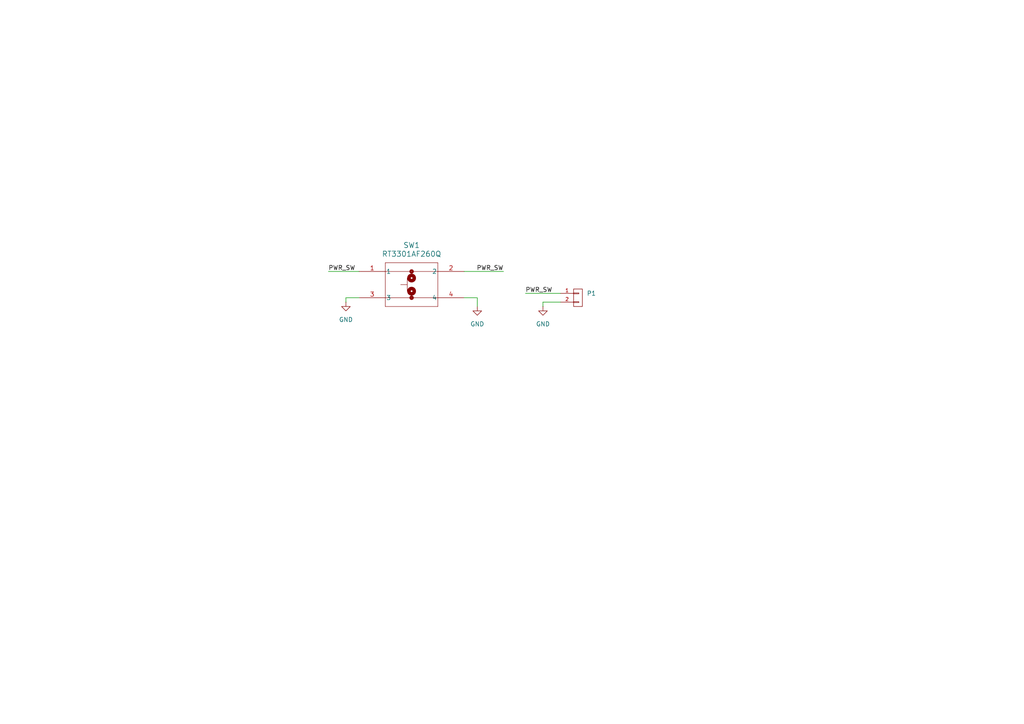
<source format=kicad_sch>
(kicad_sch (version 20231120) (generator "eeschema") (generator_version "8.0")
  (paper "A4")
  (lib_symbols
    (symbol "SnipE Symbol Library:P_CONN_01X02" (pin_names (offset 1.016))
      (property "Reference" "P" (at 0 3.81 0))
      (property "Value" "P_CONN_01X02" (at 2.54 0 90))
      (symbol "P_CONN_01X02_1_1"
        (rectangle (start -1.27 -1.143) (end 0.254 -1.397))
        (rectangle (start -1.27 1.397) (end 0.254 1.143))
        (rectangle (start -1.27 2.54) (end 1.27 -2.54))
        (pin passive line (at -5.08 1.27 0) (length 3.81) (name "~") (number "1"))
        (pin passive line (at -5.08 -1.27 0) (length 3.81) (name "~") (number "2"))
      )
    )
    (symbol "SnipE Symbol Library:RT3301AF260Q" (pin_names (offset 0.254))
      (property "Reference" "SW" (at 15.24 7.62 0))
      (property "Value" "RT3301AF260Q" (at 20.32 5.08 0))
      (symbol "RT3301AF260Q_0_1"
        (polyline (pts (xy 7.62 -10.16) (xy 22.86 -10.16)) (stroke (width 0.127)))
        (polyline (pts (xy 7.62 -7.62) (xy 22.86 -7.62)) (stroke (width 0.127)))
        (polyline (pts (xy 7.62 0) (xy 22.86 0)) (stroke (width 0.127)))
        (polyline (pts (xy 7.62 2.54) (xy 7.62 -10.16)) (stroke (width 0.127)))
        (polyline (pts (xy 13.97 -3.81) (xy 12.065 -3.81)) (stroke (width 0.127)))
        (polyline (pts (xy 13.97 -1.905) (xy 13.97 -5.715)) (stroke (width 0.127)))
        (polyline (pts (xy 15.24 -7.62) (xy 15.24 -6.35)) (stroke (width 0.127)))
        (polyline (pts (xy 15.24 0) (xy 15.24 -1.27)) (stroke (width 0.127)))
        (polyline (pts (xy 22.86 -10.16) (xy 22.86 2.54)) (stroke (width 0.127)))
        (polyline (pts (xy 22.86 2.54) (xy 7.62 2.54)) (stroke (width 0.127)))
        (circle (center 15.24 -7.62) (radius 0.127) (stroke (width 0.508)))
        (circle (center 15.24 -5.715) (radius 0.254) (stroke (width 1.016)))
        (circle (center 15.24 -1.905) (radius 0.254) (stroke (width 1.016)))
        (circle (center 15.24 0) (radius 0.127) (stroke (width 0.508)))
        (pin unspecified line (at 0 0 0) (length 7.62) (name "1") (number "1"))
        (pin unspecified line (at 30.48 0 180) (length 7.62) (name "2") (number "2"))
        (pin unspecified line (at 0 -7.62 0) (length 7.62) (name "3") (number "3"))
        (pin unspecified line (at 30.48 -7.62 180) (length 7.62) (name "4") (number "4"))
      )
    )
    (symbol "power:GND" (power) (pin_numbers hide) (pin_names (offset 0) hide)
      (property "Value" "GND" (at 0 -3.81 0))
      (symbol "GND_0_1"
        (polyline (pts (xy 0 0) (xy 0 -1.27) (xy 1.27 -1.27) (xy 0 -2.54) (xy -1.27 -1.27) (xy 0 -1.27)))
      )
      (symbol "GND_1_1"
        (pin power_in line (at 0 0 270) (length 0) (name "~") (number "1"))
      )
    )
  )
  (wire (pts (xy 134.62 78.74) (xy 146.05 78.74)))
  (wire (pts (xy 138.43 88.9) (xy 138.43 86.36)))
  (wire (pts (xy 138.43 86.36) (xy 134.62 86.36)))
  (wire (pts (xy 157.48 87.63) (xy 157.48 88.9)))
  (wire (pts (xy 100.33 87.63) (xy 100.33 86.36)))
  (wire (pts (xy 162.56 87.63) (xy 157.48 87.63)))
  (wire (pts (xy 152.4 85.09) (xy 162.56 85.09)))
  (wire (pts (xy 95.25 78.74) (xy 104.14 78.74)))
  (wire (pts (xy 100.33 86.36) (xy 104.14 86.36)))
  (label "PWR_SW" (at 95.25 78.74 0))
  (label "PWR_SW" (at 146.05 78.74 180))
  (label "PWR_SW" (at 152.4 85.09 0))
  (symbol (lib_id "SnipE Symbol Library:RT3301AF260Q") (at 104.14 78.74 0) (unit 1)
    (property "Reference" "SW1" (at 119.38 71.12 0) (effects (font (size 1.524 1.524))))
    (property "Value" "RT3301AF260Q" (at 119.38 73.66 0) (effects (font (size 1.524 1.524))))
    (property "Footprint" "SnipE Footprints:RT3301_EWI" (effects (hide yes)))
    (property "Datasheet" "RT3301AF260Q" (effects (hide yes)))
  )
  (symbol (lib_id "power:GND") (at 138.43 88.9 0) (unit 1)
    (property "Reference" "#PWR01" (effects (hide yes)))
    (property "Value" "GND" (at 138.43 93.98 0))
    (property "Description" "Power symbol creates a global label with name \"GND\" , ground" (effects (hide yes)))
  )
  (symbol (lib_id "SnipE Symbol Library:P_CONN_01X02") (at 167.64 86.36 0) (unit 1)
    (property "Reference" "P1" (at 170.18 85.0899 0) (effects (justify left)))
    (property "Value" "P_CONN_01X02" (effects (hide yes)))
    (property "Footprint" "Connector_PinHeader_2.54mm:PinHeader_1x02_P2.54mm_Vertical_SMD_Pin1Left" (effects (hide yes)))
  )
  (symbol (lib_id "power:GND") (at 100.33 87.63 0) (unit 1)
    (property "Reference" "#PWR02" (effects (hide yes)))
    (property "Value" "GND" (at 100.33 92.71 0))
    (property "Description" "Power symbol creates a global label with name \"GND\" , ground" (effects (hide yes)))
  )
  (symbol (lib_id "power:GND") (at 157.48 88.9 0) (unit 1)
    (property "Reference" "#PWR03" (effects (hide yes)))
    (property "Value" "GND" (at 157.48 93.98 0))
    (property "Description" "Power symbol creates a global label with name \"GND\" , ground" (effects (hide yes)))
  )
)
</source>
